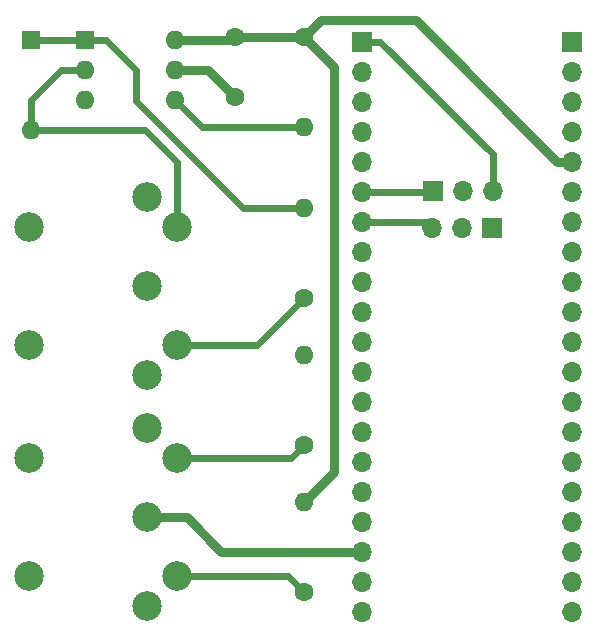
<source format=gbr>
%TF.GenerationSoftware,KiCad,Pcbnew,(6.0.5)*%
%TF.CreationDate,2022-07-19T14:12:40+01:00*%
%TF.ProjectId,PicoMIDIPack,5069636f-4d49-4444-9950-61636b2e6b69,rev?*%
%TF.SameCoordinates,Original*%
%TF.FileFunction,Copper,L1,Top*%
%TF.FilePolarity,Positive*%
%FSLAX46Y46*%
G04 Gerber Fmt 4.6, Leading zero omitted, Abs format (unit mm)*
G04 Created by KiCad (PCBNEW (6.0.5)) date 2022-07-19 14:12:40*
%MOMM*%
%LPD*%
G01*
G04 APERTURE LIST*
%TA.AperFunction,ComponentPad*%
%ADD10R,1.700000X1.700000*%
%TD*%
%TA.AperFunction,ComponentPad*%
%ADD11O,1.700000X1.700000*%
%TD*%
%TA.AperFunction,WasherPad*%
%ADD12C,2.499360*%
%TD*%
%TA.AperFunction,ComponentPad*%
%ADD13C,2.499360*%
%TD*%
%TA.AperFunction,ComponentPad*%
%ADD14C,1.600000*%
%TD*%
%TA.AperFunction,ComponentPad*%
%ADD15O,1.600000X1.600000*%
%TD*%
%TA.AperFunction,ComponentPad*%
%ADD16R,1.600000X1.600000*%
%TD*%
%TA.AperFunction,Conductor*%
%ADD17C,0.800000*%
%TD*%
%TA.AperFunction,Conductor*%
%ADD18C,0.600000*%
%TD*%
G04 APERTURE END LIST*
D10*
%TO.P,UART0,1,Pin_1*%
%TO.N,/RX0*%
X81011000Y-85795000D03*
D11*
%TO.P,UART0,2,Pin_2*%
%TO.N,Net-(R4-Pad2)*%
X78471000Y-85795000D03*
%TO.P,UART0,3,Pin_3*%
%TO.N,/RX1*%
X75931000Y-85795000D03*
%TD*%
D12*
%TO.P,IN,*%
%TO.N,*%
X41770300Y-85676740D03*
X41770300Y-95679260D03*
D13*
%TO.P,IN,1*%
%TO.N,unconnected-(J1-Pad1)*%
X51765200Y-98176080D03*
%TO.P,IN,2*%
%TO.N,unconnected-(J1-Pad2)*%
X51767740Y-90678000D03*
%TO.P,IN,3*%
%TO.N,unconnected-(J1-Pad3)*%
X51765200Y-83179920D03*
%TO.P,IN,4*%
%TO.N,Net-(J1-Pad4)*%
X54267100Y-95674180D03*
%TO.P,IN,5*%
%TO.N,Net-(D1-Pad2)*%
X54267100Y-85681820D03*
%TD*%
D14*
%TO.P,33R,1*%
%TO.N,Net-(J2-Pad4)*%
X65024000Y-116586000D03*
D15*
%TO.P,33R,2*%
%TO.N,+3V3*%
X65024000Y-108966000D03*
%TD*%
D14*
%TO.P,220R,1*%
%TO.N,Net-(J1-Pad4)*%
X65024000Y-91694000D03*
D15*
%TO.P,220R,2*%
%TO.N,Net-(D1-Pad1)*%
X65024000Y-84074000D03*
%TD*%
D10*
%TO.P,J4,1,Pin_1*%
%TO.N,Net-(J4-Pad1)*%
X87780000Y-70000000D03*
D11*
%TO.P,J4,2,Pin_2*%
%TO.N,Net-(J4-Pad2)*%
X87780000Y-72540000D03*
%TO.P,J4,3,Pin_3*%
%TO.N,GND*%
X87780000Y-75080000D03*
%TO.P,J4,4,Pin_4*%
%TO.N,Net-(J4-Pad4)*%
X87780000Y-77620000D03*
%TO.P,J4,5,Pin_5*%
%TO.N,+3V3*%
X87780000Y-80160000D03*
%TO.P,J4,6,Pin_6*%
%TO.N,Net-(J4-Pad6)*%
X87780000Y-82700000D03*
%TO.P,J4,7,Pin_7*%
%TO.N,Net-(J4-Pad7)*%
X87780000Y-85240000D03*
%TO.P,J4,8,Pin_8*%
%TO.N,GND*%
X87780000Y-87780000D03*
%TO.P,J4,9,Pin_9*%
%TO.N,Net-(J4-Pad9)*%
X87780000Y-90320000D03*
%TO.P,J4,10,Pin_10*%
%TO.N,Net-(J4-Pad10)*%
X87780000Y-92860000D03*
%TO.P,J4,11,Pin_11*%
%TO.N,Net-(J4-Pad11)*%
X87780000Y-95400000D03*
%TO.P,J4,12,Pin_12*%
%TO.N,Net-(J4-Pad12)*%
X87780000Y-97940000D03*
%TO.P,J4,13,Pin_13*%
%TO.N,GND*%
X87780000Y-100480000D03*
%TO.P,J4,14,Pin_14*%
%TO.N,Net-(J4-Pad14)*%
X87780000Y-103020000D03*
%TO.P,J4,15,Pin_15*%
%TO.N,Net-(J4-Pad15)*%
X87780000Y-105560000D03*
%TO.P,J4,16,Pin_16*%
%TO.N,Net-(J4-Pad16)*%
X87780000Y-108100000D03*
%TO.P,J4,17,Pin_17*%
%TO.N,Net-(J4-Pad17)*%
X87780000Y-110640000D03*
%TO.P,J4,18,Pin_18*%
%TO.N,GND*%
X87780000Y-113180000D03*
%TO.P,J4,19,Pin_19*%
%TO.N,Net-(J4-Pad19)*%
X87780000Y-115720000D03*
%TO.P,J4,20,Pin_20*%
%TO.N,Net-(J4-Pad20)*%
X87780000Y-118260000D03*
%TD*%
D16*
%TO.P,H11L1,1*%
%TO.N,Net-(D1-Pad1)*%
X46492000Y-69840000D03*
D15*
%TO.P,H11L1,2*%
%TO.N,Net-(D1-Pad2)*%
X46492000Y-72380000D03*
%TO.P,H11L1,3*%
%TO.N,unconnected-(U1-Pad3)*%
X46492000Y-74920000D03*
%TO.P,H11L1,4*%
%TO.N,Net-(R4-Pad2)*%
X54112000Y-74920000D03*
%TO.P,H11L1,5*%
%TO.N,GND*%
X54112000Y-72380000D03*
%TO.P,H11L1,6*%
%TO.N,+3V3*%
X54112000Y-69840000D03*
%TD*%
D10*
%TO.P,UART1,1,Pin_1*%
%TO.N,/TX1*%
X75961000Y-82607000D03*
D11*
%TO.P,UART1,2,Pin_2*%
%TO.N,Net-(J5-Pad2)*%
X78501000Y-82607000D03*
%TO.P,UART1,3,Pin_3*%
%TO.N,/TX0*%
X81041000Y-82607000D03*
%TD*%
D14*
%TO.P,470R,1*%
%TO.N,+3V3*%
X65024000Y-69596000D03*
D15*
%TO.P,470R,2*%
%TO.N,Net-(R4-Pad2)*%
X65024000Y-77216000D03*
%TD*%
D14*
%TO.P,10R,1*%
%TO.N,Net-(J2-Pad5)*%
X65024000Y-104140000D03*
D15*
%TO.P,10R,2*%
%TO.N,Net-(J5-Pad2)*%
X65024000Y-96520000D03*
%TD*%
D14*
%TO.P,100nF,1*%
%TO.N,+3V3*%
X59182000Y-69636000D03*
%TO.P,100nF,2*%
%TO.N,GND*%
X59182000Y-74636000D03*
%TD*%
D16*
%TO.P,1N914,1,K*%
%TO.N,Net-(D1-Pad1)*%
X41910000Y-69850000D03*
D15*
%TO.P,1N914,2,A*%
%TO.N,Net-(D1-Pad2)*%
X41910000Y-77470000D03*
%TD*%
D10*
%TO.P,J3,1,Pin_1*%
%TO.N,/TX0*%
X70000000Y-70000000D03*
D11*
%TO.P,J3,2,Pin_2*%
%TO.N,/RX0*%
X70000000Y-72540000D03*
%TO.P,J3,3,Pin_3*%
%TO.N,GND*%
X70000000Y-75080000D03*
%TO.P,J3,4,Pin_4*%
%TO.N,Net-(J3-Pad4)*%
X70000000Y-77620000D03*
%TO.P,J3,5,Pin_5*%
%TO.N,Net-(J3-Pad5)*%
X70000000Y-80160000D03*
%TO.P,J3,6,Pin_6*%
%TO.N,/TX1*%
X70000000Y-82700000D03*
%TO.P,J3,7,Pin_7*%
%TO.N,/RX1*%
X70000000Y-85240000D03*
%TO.P,J3,8,Pin_8*%
%TO.N,GND*%
X70000000Y-87780000D03*
%TO.P,J3,9,Pin_9*%
%TO.N,Net-(J3-Pad9)*%
X70000000Y-90320000D03*
%TO.P,J3,10,Pin_10*%
%TO.N,Net-(J3-Pad10)*%
X70000000Y-92860000D03*
%TO.P,J3,11,Pin_11*%
%TO.N,Net-(J3-Pad11)*%
X70000000Y-95400000D03*
%TO.P,J3,12,Pin_12*%
%TO.N,Net-(J3-Pad12)*%
X70000000Y-97940000D03*
%TO.P,J3,13,Pin_13*%
%TO.N,GND*%
X70000000Y-100480000D03*
%TO.P,J3,14,Pin_14*%
%TO.N,Net-(J3-Pad14)*%
X70000000Y-103020000D03*
%TO.P,J3,15,Pin_15*%
%TO.N,Net-(J3-Pad15)*%
X70000000Y-105560000D03*
%TO.P,J3,16,Pin_16*%
%TO.N,Net-(J3-Pad16)*%
X70000000Y-108100000D03*
%TO.P,J3,17,Pin_17*%
%TO.N,Net-(J3-Pad17)*%
X70000000Y-110640000D03*
%TO.P,J3,18,Pin_18*%
%TO.N,GND*%
X70000000Y-113180000D03*
%TO.P,J3,19,Pin_19*%
%TO.N,Net-(J3-Pad19)*%
X70000000Y-115720000D03*
%TO.P,J3,20,Pin_20*%
%TO.N,Net-(J3-Pad20)*%
X70000000Y-118260000D03*
%TD*%
D12*
%TO.P,OUT,*%
%TO.N,*%
X41770300Y-115237260D03*
X41770300Y-105234740D03*
D13*
%TO.P,OUT,1*%
%TO.N,unconnected-(J2-Pad1)*%
X51765200Y-117734080D03*
%TO.P,OUT,2*%
%TO.N,GND*%
X51767740Y-110236000D03*
%TO.P,OUT,3*%
%TO.N,unconnected-(J2-Pad3)*%
X51765200Y-102737920D03*
%TO.P,OUT,4*%
%TO.N,Net-(J2-Pad4)*%
X54267100Y-115232180D03*
%TO.P,OUT,5*%
%TO.N,Net-(J2-Pad5)*%
X54267100Y-105239820D03*
%TD*%
D17*
%TO.N,+3V3*%
X54112000Y-69840000D02*
X58978000Y-69840000D01*
X86510000Y-80160000D02*
X74500489Y-68150489D01*
X65024000Y-108966000D02*
X67564000Y-106426000D01*
X65024000Y-69596000D02*
X59222000Y-69596000D01*
X66469511Y-68150489D02*
X65024000Y-69596000D01*
X67564000Y-106426000D02*
X67564000Y-72136000D01*
D18*
X58978000Y-69840000D02*
X59182000Y-69636000D01*
X59222000Y-69596000D02*
X59182000Y-69636000D01*
D17*
X74500489Y-68150489D02*
X66469511Y-68150489D01*
X67564000Y-72136000D02*
X65024000Y-69596000D01*
X87780000Y-80160000D02*
X86510000Y-80160000D01*
%TO.N,GND*%
X56926000Y-72380000D02*
X59182000Y-74636000D01*
X54112000Y-72380000D02*
X56926000Y-72380000D01*
X51767740Y-110236000D02*
X55118000Y-110236000D01*
X58062000Y-113180000D02*
X70000000Y-113180000D01*
X55118000Y-110236000D02*
X58062000Y-113180000D01*
D18*
%TO.N,Net-(D1-Pad1)*%
X59862378Y-84074000D02*
X50800000Y-75011622D01*
X65024000Y-84074000D02*
X59862378Y-84074000D01*
X46482000Y-69850000D02*
X46492000Y-69840000D01*
X41910000Y-69850000D02*
X46482000Y-69850000D01*
X48250000Y-69840000D02*
X46492000Y-69840000D01*
X50800000Y-75011622D02*
X50800000Y-72390000D01*
X50800000Y-72390000D02*
X48250000Y-69840000D01*
%TO.N,Net-(D1-Pad2)*%
X44460000Y-72380000D02*
X41910000Y-74930000D01*
X41910000Y-74930000D02*
X41910000Y-77470000D01*
X46492000Y-72380000D02*
X44460000Y-72380000D01*
X41910000Y-77470000D02*
X51562000Y-77470000D01*
X54267100Y-80175100D02*
X54267100Y-85681820D01*
X51562000Y-77470000D02*
X54267100Y-80175100D01*
%TO.N,Net-(J1-Pad4)*%
X54267100Y-95674180D02*
X61043820Y-95674180D01*
X61043820Y-95674180D02*
X65024000Y-91694000D01*
%TO.N,Net-(J2-Pad4)*%
X54267100Y-115232180D02*
X63670180Y-115232180D01*
X63670180Y-115232180D02*
X65024000Y-116586000D01*
%TO.N,Net-(J2-Pad5)*%
X63924180Y-105239820D02*
X65024000Y-104140000D01*
X54267100Y-105239820D02*
X63924180Y-105239820D01*
%TO.N,/TX0*%
X70000000Y-70000000D02*
X71524000Y-70000000D01*
X71524000Y-70000000D02*
X81041000Y-79517000D01*
X81041000Y-79517000D02*
X81041000Y-82607000D01*
%TO.N,/TX1*%
X75868000Y-82700000D02*
X75961000Y-82607000D01*
X70000000Y-82700000D02*
X75868000Y-82700000D01*
%TO.N,/RX1*%
X75376000Y-85240000D02*
X75931000Y-85795000D01*
X70000000Y-85240000D02*
X75376000Y-85240000D01*
%TO.N,Net-(R4-Pad2)*%
X54112000Y-74920000D02*
X56408000Y-77216000D01*
X56408000Y-77216000D02*
X65024000Y-77216000D01*
%TD*%
M02*

</source>
